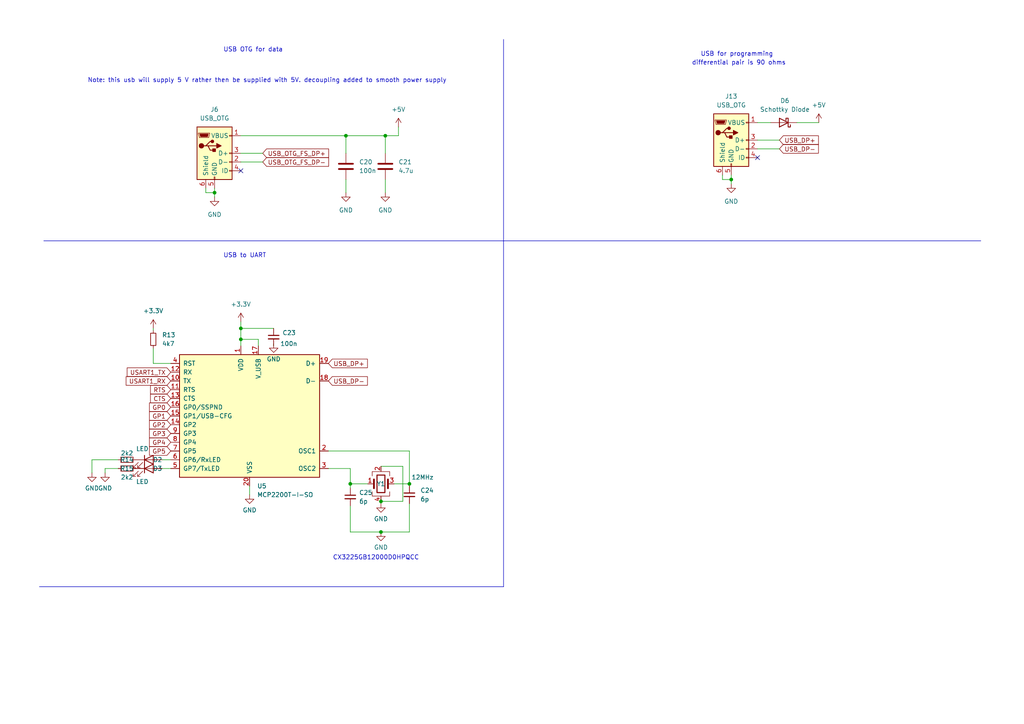
<source format=kicad_sch>
(kicad_sch (version 20230121) (generator eeschema)
  (paper "A4")
  (lib_symbols
    (symbol "Connector:USB_OTG" (pin_names (offset 1.016))
      (property "Reference" "J" (at -5.08 11.43 0))
      (property "Value" "USB_OTG" (at -5.08 8.89 0))
      (symbol "USB_OTG_0_1"
        (rectangle (start -5.08 -7.62) (end 5.08 7.62) (stroke (width 0.254)) (fill (type background)))
        (circle (center -3.81 2.159) (radius 0.635) (stroke (width 0.254)) (fill (type outline)))
        (circle (center -0.635 3.429) (radius 0.381) (stroke (width 0.254)) (fill (type outline)))
        (rectangle (start -0.127 -7.62) (end 0.127 -6.858))
        (polyline (pts (xy -1.905 2.159) (xy 0.635 2.159)) (stroke (width 0.254)))
        (polyline (pts (xy -3.175 2.159) (xy -2.54 2.159) (xy -1.27 3.429) (xy -0.635 3.429)) (stroke (width 0.254)))
        (polyline (pts (xy -2.54 2.159) (xy -1.905 2.159) (xy -1.27 0.889) (xy 0 0.889)) (stroke (width 0.254)))
        (polyline (pts (xy 0.635 2.794) (xy 0.635 1.524) (xy 1.905 2.159) (xy 0.635 2.794)) (stroke (width 0.254)) (fill (type outline)))
        (polyline (pts (xy -4.318 5.588) (xy -1.778 5.588) (xy -2.032 4.826) (xy -4.064 4.826) (xy -4.318 5.588)) (fill (type outline)))
        (polyline (pts (xy -4.699 5.842) (xy -4.699 5.588) (xy -4.445 4.826) (xy -4.445 4.572) (xy -1.651 4.572) (xy -1.651 4.826) (xy -1.397 5.588) (xy -1.397 5.842) (xy -4.699 5.842)))
        (rectangle (start 0.254 1.27) (end -0.508 0.508) (stroke (width 0.254)) (fill (type outline)))
        (rectangle (start 5.08 -5.207) (end 4.318 -4.953))
        (rectangle (start 5.08 -2.667) (end 4.318 -2.413))
        (rectangle (start 5.08 -0.127) (end 4.318 0.127))
        (rectangle (start 5.08 4.953) (end 4.318 5.207))
      )
      (symbol "USB_OTG_1_1"
        (pin passive line (at 7.62 5.08 180) (length 2.54) (name "VBUS") (number "1"))
        (pin bidirectional line (at 7.62 -2.54 180) (length 2.54) (name "D-") (number "2"))
        (pin bidirectional line (at 7.62 0 180) (length 2.54) (name "D+") (number "3"))
        (pin passive line (at 7.62 -5.08 180) (length 2.54) (name "ID") (number "4"))
        (pin passive line (at 0 -10.16 90) (length 2.54) (name "GND") (number "5"))
        (pin passive line (at -2.54 -10.16 90) (length 2.54) (name "Shield") (number "6"))
      )
    )
    (symbol "Device:C" (pin_numbers hide) (pin_names (offset 0.254))
      (property "Reference" "C" (at 0.635 2.54 0))
      (property "Value" "C" (at 0.635 -2.54 0))
      (symbol "C_0_1"
        (polyline (pts (xy -2.032 -0.762) (xy 2.032 -0.762)) (stroke (width 0.508)))
        (polyline (pts (xy -2.032 0.762) (xy 2.032 0.762)) (stroke (width 0.508)))
      )
      (symbol "C_1_1"
        (pin passive line (at 0 3.81 270) (length 2.794) (name "~") (number "1"))
        (pin passive line (at 0 -3.81 90) (length 2.794) (name "~") (number "2"))
      )
    )
    (symbol "Device:C_Small" (pin_numbers hide) (pin_names (offset 0.254) hide)
      (property "Reference" "C" (at 0.254 1.778 0))
      (property "Value" "C_Small" (at 0.254 -2.032 0))
      (symbol "C_Small_0_1"
        (polyline (pts (xy -1.524 -0.508) (xy 1.524 -0.508)) (stroke (width 0.3302)))
        (polyline (pts (xy -1.524 0.508) (xy 1.524 0.508)) (stroke (width 0.3048)))
      )
      (symbol "C_Small_1_1"
        (pin passive line (at 0 2.54 270) (length 2.032) (name "~") (number "1"))
        (pin passive line (at 0 -2.54 90) (length 2.032) (name "~") (number "2"))
      )
    )
    (symbol "Device:Crystal_GND24" (pin_names (offset 1.016) hide)
      (property "Reference" "Y" (at 3.175 5.08 0))
      (property "Value" "Crystal_GND24" (at 3.175 3.175 0))
      (symbol "Crystal_GND24_0_1"
        (rectangle (start -1.143 2.54) (end 1.143 -2.54) (stroke (width 0.3048)))
        (polyline (pts (xy -2.54 0) (xy -2.032 0)))
        (polyline (pts (xy -2.032 -1.27) (xy -2.032 1.27)) (stroke (width 0.508)))
        (polyline (pts (xy 0 -3.81) (xy 0 -3.556)))
        (polyline (pts (xy 0 3.556) (xy 0 3.81)))
        (polyline (pts (xy 2.032 -1.27) (xy 2.032 1.27)) (stroke (width 0.508)))
        (polyline (pts (xy 2.032 0) (xy 2.54 0)))
        (polyline (pts (xy -2.54 -2.286) (xy -2.54 -3.556) (xy 2.54 -3.556) (xy 2.54 -2.286)))
        (polyline (pts (xy -2.54 2.286) (xy -2.54 3.556) (xy 2.54 3.556) (xy 2.54 2.286)))
      )
      (symbol "Crystal_GND24_1_1"
        (pin passive line (at -3.81 0 0) (length 1.27) (name "1") (number "1"))
        (pin passive line (at 0 5.08 270) (length 1.27) (name "2") (number "2"))
        (pin passive line (at 3.81 0 180) (length 1.27) (name "3") (number "3"))
        (pin passive line (at 0 -5.08 90) (length 1.27) (name "4") (number "4"))
      )
    )
    (symbol "Device:D_Schottky" (pin_numbers hide) (pin_names (offset 1.016) hide)
      (property "Reference" "D" (at 0 2.54 0))
      (property "Value" "D_Schottky" (at 0 -2.54 0))
      (symbol "D_Schottky_0_1"
        (polyline (pts (xy 1.27 0) (xy -1.27 0)))
        (polyline (pts (xy 1.27 1.27) (xy 1.27 -1.27) (xy -1.27 0) (xy 1.27 1.27)) (stroke (width 0.254)))
        (polyline (pts (xy -1.905 0.635) (xy -1.905 1.27) (xy -1.27 1.27) (xy -1.27 -1.27) (xy -0.635 -1.27) (xy -0.635 -0.635)) (stroke (width 0.254)))
      )
      (symbol "D_Schottky_1_1"
        (pin passive line (at -3.81 0 0) (length 2.54) (name "K") (number "1"))
        (pin passive line (at 3.81 0 180) (length 2.54) (name "A") (number "2"))
      )
    )
    (symbol "Device:LED" (pin_numbers hide) (pin_names (offset 1.016) hide)
      (property "Reference" "D" (at 0 2.54 0))
      (property "Value" "LED" (at 0 -2.54 0))
      (symbol "LED_0_1"
        (polyline (pts (xy -1.27 -1.27) (xy -1.27 1.27)) (stroke (width 0.254)))
        (polyline (pts (xy -1.27 0) (xy 1.27 0)))
        (polyline (pts (xy 1.27 -1.27) (xy 1.27 1.27) (xy -1.27 0) (xy 1.27 -1.27)) (stroke (width 0.254)))
        (polyline (pts (xy -3.048 -0.762) (xy -4.572 -2.286) (xy -3.81 -2.286) (xy -4.572 -2.286) (xy -4.572 -1.524)))
        (polyline (pts (xy -1.778 -0.762) (xy -3.302 -2.286) (xy -2.54 -2.286) (xy -3.302 -2.286) (xy -3.302 -1.524)))
      )
      (symbol "LED_1_1"
        (pin passive line (at -3.81 0 0) (length 2.54) (name "K") (number "1"))
        (pin passive line (at 3.81 0 180) (length 2.54) (name "A") (number "2"))
      )
    )
    (symbol "Device:R_Small" (pin_numbers hide) (pin_names (offset 0.254) hide)
      (property "Reference" "R" (at 0.762 0.508 0))
      (property "Value" "R_Small" (at 0.762 -1.016 0))
      (symbol "R_Small_0_1"
        (rectangle (start -0.762 1.778) (end 0.762 -1.778) (stroke (width 0.2032)))
      )
      (symbol "R_Small_1_1"
        (pin passive line (at 0 2.54 270) (length 0.762) (name "~") (number "1"))
        (pin passive line (at 0 -2.54 90) (length 0.762) (name "~") (number "2"))
      )
    )
    (symbol "Interface_USB:MCP2200T-I-SO" (pin_names (offset 1.016))
      (property "Reference" "U" (at -20.32 -19.05 0))
      (property "Value" "MCP2200T-I-SO" (at -20.32 19.05 0))
      (symbol "MCP2200T-I-SO_0_1"
        (rectangle (start -20.32 17.78) (end 20.32 -17.78) (stroke (width 0.254)) (fill (type background)))
      )
      (symbol "MCP2200T-I-SO_1_1"
        (pin power_in line (at -2.54 20.32 270) (length 2.54) (name "VDD") (number "1"))
        (pin output line (at -22.86 10.16 0) (length 2.54) (name "TX") (number "10"))
        (pin output line (at -22.86 7.62 0) (length 2.54) (name "RTS") (number "11"))
        (pin input line (at -22.86 12.7 0) (length 2.54) (name "RX") (number "12"))
        (pin input line (at -22.86 5.08 0) (length 2.54) (name "CTS") (number "13"))
        (pin bidirectional line (at -22.86 -2.54 0) (length 2.54) (name "GP2") (number "14"))
        (pin bidirectional line (at -22.86 0 0) (length 2.54) (name "GP1/USB-CFG") (number "15"))
        (pin bidirectional line (at -22.86 2.54 0) (length 2.54) (name "GP0/SSPND") (number "16"))
        (pin power_in line (at 2.54 20.32 270) (length 2.54) (name "V_USB") (number "17"))
        (pin bidirectional line (at 22.86 10.16 180) (length 2.54) (name "D-") (number "18"))
        (pin bidirectional line (at 22.86 15.24 180) (length 2.54) (name "D+") (number "19"))
        (pin input line (at 22.86 -10.16 180) (length 2.54) (name "OSC1") (number "2"))
        (pin power_in line (at 0 -20.32 90) (length 2.54) (name "VSS") (number "20"))
        (pin output line (at 22.86 -15.24 180) (length 2.54) (name "OSC2") (number "3"))
        (pin input line (at -22.86 15.24 0) (length 2.54) (name "RST") (number "4"))
        (pin bidirectional line (at -22.86 -15.24 0) (length 2.54) (name "GP7/TxLED") (number "5"))
        (pin bidirectional line (at -22.86 -12.7 0) (length 2.54) (name "GP6/RxLED") (number "6"))
        (pin bidirectional line (at -22.86 -10.16 0) (length 2.54) (name "GP5") (number "7"))
        (pin bidirectional line (at -22.86 -7.62 0) (length 2.54) (name "GP4") (number "8"))
        (pin bidirectional line (at -22.86 -5.08 0) (length 2.54) (name "GP3") (number "9"))
      )
    )
    (symbol "power:+3.3V" (power) (pin_names (offset 0))
      (property "Value" "+3.3V" (at 0 3.556 0))
      (symbol "+3.3V_0_1"
        (polyline (pts (xy -0.762 1.27) (xy 0 2.54)))
        (polyline (pts (xy 0 0) (xy 0 2.54)))
        (polyline (pts (xy 0 2.54) (xy 0.762 1.27)))
      )
      (symbol "+3.3V_1_1"
        (pin power_in line (at 0 0 90) (length 0) hide (name "+3.3V") (number "1"))
      )
    )
    (symbol "power:+5V" (power) (pin_names (offset 0))
      (property "Value" "+5V" (at 0 3.556 0))
      (symbol "+5V_0_1"
        (polyline (pts (xy -0.762 1.27) (xy 0 2.54)))
        (polyline (pts (xy 0 0) (xy 0 2.54)))
        (polyline (pts (xy 0 2.54) (xy 0.762 1.27)))
      )
      (symbol "+5V_1_1"
        (pin power_in line (at 0 0 90) (length 0) hide (name "+5V") (number "1"))
      )
    )
    (symbol "power:GND" (power) (pin_names (offset 0))
      (property "Value" "GND" (at 0 -3.81 0))
      (symbol "GND_0_1"
        (polyline (pts (xy 0 0) (xy 0 -1.27) (xy 1.27 -1.27) (xy 0 -2.54) (xy -1.27 -1.27) (xy 0 -1.27)))
      )
      (symbol "GND_1_1"
        (pin power_in line (at 0 0 270) (length 0) hide (name "GND") (number "1"))
      )
    )
  )
  (junction (at 100.33 39.37))
  (junction (at 69.85 98.425))
  (junction (at 110.49 154.305))
  (junction (at 69.85 95.25))
  (junction (at 62.23 55.88))
  (junction (at 110.49 145.415))
  (junction (at 101.6 140.335))
  (junction (at 111.76 39.37))
  (junction (at 212.09 52.07))
  (junction (at 118.745 140.335))
  (no_connect (at 69.85 49.53))
  (no_connect (at 219.71 45.72))
  (wire (pts (xy 101.6 154.305) (xy 110.49 154.305)))
  (wire (pts (xy 79.375 100.33) (xy 79.375 99.695)))
  (polyline (pts (xy 146.05 69.85) (xy 146.05 170.18)))
  (wire (pts (xy 219.71 40.64) (xy 226.06 40.64)))
  (wire (pts (xy 237.49 35.56) (xy 231.14 35.56)))
  (polyline (pts (xy 146.05 11.43) (xy 146.05 69.85)))
  (wire (pts (xy 44.45 95.25) (xy 44.45 95.885)))
  (wire (pts (xy 100.33 52.07) (xy 100.33 55.88)))
  (wire (pts (xy 212.09 52.07) (xy 212.09 50.8)))
  (wire (pts (xy 44.45 105.41) (xy 49.53 105.41)))
  (wire (pts (xy 111.76 39.37) (xy 115.57 39.37)))
  (wire (pts (xy 110.49 154.305) (xy 118.745 154.305)))
  (wire (pts (xy 116.84 145.415) (xy 110.49 145.415)))
  (wire (pts (xy 34.29 133.35) (xy 26.67 133.35)))
  (polyline (pts (xy 12.7 69.85) (xy 146.05 69.85)))
  (wire (pts (xy 59.69 55.88) (xy 62.23 55.88)))
  (wire (pts (xy 69.85 39.37) (xy 100.33 39.37)))
  (wire (pts (xy 101.6 141.605) (xy 101.6 140.335)))
  (wire (pts (xy 62.23 55.88) (xy 62.23 54.61)))
  (wire (pts (xy 219.71 35.56) (xy 223.52 35.56)))
  (wire (pts (xy 59.69 54.61) (xy 59.69 55.88)))
  (wire (pts (xy 111.76 39.37) (xy 111.76 44.45)))
  (wire (pts (xy 100.33 39.37) (xy 111.76 39.37)))
  (wire (pts (xy 44.45 100.965) (xy 44.45 105.41)))
  (wire (pts (xy 30.48 137.16) (xy 30.48 135.89)))
  (wire (pts (xy 111.76 52.07) (xy 111.76 55.88)))
  (wire (pts (xy 118.745 140.335) (xy 114.3 140.335)))
  (wire (pts (xy 209.55 50.8) (xy 209.55 52.07)))
  (wire (pts (xy 118.745 154.305) (xy 118.745 146.05)))
  (wire (pts (xy 101.6 135.89) (xy 95.25 135.89)))
  (wire (pts (xy 110.49 135.255) (xy 116.84 135.255)))
  (wire (pts (xy 46.99 133.35) (xy 49.53 133.35)))
  (wire (pts (xy 209.55 52.07) (xy 212.09 52.07)))
  (wire (pts (xy 110.49 146.05) (xy 110.49 145.415)))
  (wire (pts (xy 69.85 95.25) (xy 69.85 98.425)))
  (wire (pts (xy 62.23 57.15) (xy 62.23 55.88)))
  (wire (pts (xy 69.85 93.345) (xy 69.85 95.25)))
  (polyline (pts (xy 11.43 170.18) (xy 146.05 170.18)))
  (wire (pts (xy 115.57 39.37) (xy 115.57 36.83)))
  (wire (pts (xy 26.67 133.35) (xy 26.67 137.16)))
  (wire (pts (xy 30.48 135.89) (xy 34.29 135.89)))
  (wire (pts (xy 101.6 140.335) (xy 106.68 140.335)))
  (wire (pts (xy 219.71 43.18) (xy 226.06 43.18)))
  (wire (pts (xy 72.39 140.97) (xy 72.39 143.51)))
  (wire (pts (xy 69.85 98.425) (xy 74.93 98.425)))
  (wire (pts (xy 69.85 46.99) (xy 76.2 46.99)))
  (wire (pts (xy 118.745 140.335) (xy 118.745 130.81)))
  (wire (pts (xy 100.33 44.45) (xy 100.33 39.37)))
  (wire (pts (xy 101.6 140.335) (xy 101.6 135.89)))
  (polyline (pts (xy 146.05 69.85) (xy 284.48 69.85)))
  (wire (pts (xy 69.85 44.45) (xy 76.2 44.45)))
  (wire (pts (xy 46.99 135.89) (xy 49.53 135.89)))
  (wire (pts (xy 118.745 130.81) (xy 95.25 130.81)))
  (wire (pts (xy 116.84 135.255) (xy 116.84 145.415)))
  (wire (pts (xy 101.6 146.685) (xy 101.6 154.305)))
  (wire (pts (xy 212.09 53.34) (xy 212.09 52.07)))
  (wire (pts (xy 69.85 98.425) (xy 69.85 100.33)))
  (wire (pts (xy 118.745 140.97) (xy 118.745 140.335)))
  (wire (pts (xy 74.93 98.425) (xy 74.93 100.33)))
  (wire (pts (xy 69.85 95.25) (xy 79.375 95.25)))
  (text "differential pair is 90 ohms \n" (at 200.66 19.05 0) (effects (font (size 1.27 1.27)) (justify left bottom)))
  (text "USB OTG for data\n" (at 64.77 15.24 0) (effects (font (size 1.27 1.27)) (justify left bottom)))
  (text "USB to UART" (at 64.77 74.93 0) (effects (font (size 1.27 1.27)) (justify left bottom)))
  (text "Note: this usb will supply 5 V rather then be supplied with 5V. decoupling added to smooth power supply \n" (at 25.4 24.13 0) (effects (font (size 1.27 1.27)) (justify left bottom)))
  (text "CX3225GB12000D0HPQCC" (at 96.52 162.56 0) (effects (font (size 1.27 1.27)) (justify left bottom)))
  (text "USB for programming" (at 203.2 16.51 0) (effects (font (size 1.27 1.27)) (justify left bottom)))
  (global_label "USB_DP+" (shape input) (at 226.06 40.64 0) (property "Intersheetrefs" "${INTERSHEET_REFS}" (effects hide)))
  (global_label "GP5" (shape input) (at 49.53 130.81 180) (property "Intersheetrefs" "${INTERSHEET_REFS}" (effects hide)))
  (global_label "USB_OTG_FS_DP-" (shape input) (at 76.2 46.99 0) (property "Intersheetrefs" "${INTERSHEET_REFS}" (effects hide)))
  (global_label "USB_DP+" (shape input) (at 95.25 105.41 0) (property "Intersheetrefs" "${INTERSHEET_REFS}" (effects hide)))
  (global_label "GP1" (shape input) (at 49.53 120.65 180) (property "Intersheetrefs" "${INTERSHEET_REFS}" (effects hide)))
  (global_label "USB_OTG_FS_DP+" (shape input) (at 76.2 44.45 0) (property "Intersheetrefs" "${INTERSHEET_REFS}" (effects hide)))
  (global_label "RTS" (shape input) (at 49.53 113.03 180) (property "Intersheetrefs" "${INTERSHEET_REFS}" (effects hide)))
  (global_label "USB_DP-" (shape input) (at 226.06 43.18 0) (property "Intersheetrefs" "${INTERSHEET_REFS}" (effects hide)))
  (global_label "GP0" (shape input) (at 49.53 118.11 180) (property "Intersheetrefs" "${INTERSHEET_REFS}" (effects hide)))
  (global_label "USART1_RX" (shape input) (at 49.53 110.49 180) (property "Intersheetrefs" "${INTERSHEET_REFS}" (effects hide)))
  (global_label "CTS" (shape input) (at 49.53 115.57 180) (property "Intersheetrefs" "${INTERSHEET_REFS}" (effects hide)))
  (global_label "USB_DP-" (shape input) (at 95.25 110.49 0) (property "Intersheetrefs" "${INTERSHEET_REFS}" (effects hide)))
  (global_label "GP2" (shape input) (at 49.53 123.19 180) (property "Intersheetrefs" "${INTERSHEET_REFS}" (effects hide)))
  (global_label "USART1_TX" (shape input) (at 49.53 107.95 180) (property "Intersheetrefs" "${INTERSHEET_REFS}" (effects hide)))
  (global_label "GP3" (shape input) (at 49.53 125.73 180) (property "Intersheetrefs" "${INTERSHEET_REFS}" (effects hide)))
  (global_label "GP4" (shape input) (at 49.53 128.27 180) (property "Intersheetrefs" "${INTERSHEET_REFS}" (effects hide)))
  (symbol (lib_id "Device:C") (at 111.76 48.26 0) (unit 1)
    (property "Reference" "C21" (at 115.57 46.99 0) (effects (justify left)))
    (property "Value" "4.7u" (at 115.57 49.53 0) (effects (justify left)))
    (property "Footprint" "Capacitor_SMD:C_0603_1608Metric_Pad1.08x0.95mm_HandSolder" (effects hide))
    (property "JLCpart#" "C19666" (effects hide))
  )
  (symbol (lib_id "power:GND") (at 72.39 143.51 0) (unit 1)
    (property "Reference" "#PWR061" (effects hide))
    (property "Value" "GND" (at 72.39 147.955 0))
    (instances (project "stm32f429z" (path "" (reference "#PWR061") (unit 1))) (project "STM32F030" (path "" (reference "#PWR021") (unit 1))))
  )
  (symbol (lib_id "Connector:USB_OTG") (at 212.09 40.64 0) (unit 1)
    (property "Reference" "J13" (at 212.09 27.94 0))
    (property "Value" "USB_OTG" (at 212.09 30.48 0))
    (property "Footprint" "Connector_USB:USB_Mini-B_Wuerth_65100516121_Horizontal" (effects hide))
    (property "Datasheet" " ~" (effects hide))
  )
  (symbol (lib_id "Device:R_Small") (at 44.45 98.425 180) (unit 1)
    (property "Reference" "R13" (at 46.99 97.155 0) (effects (justify right)))
    (property "Value" "4k7" (at 46.99 99.695 0) (effects (justify right)))
    (property "Footprint" "Resistor_SMD:R_0603_1608Metric_Pad0.98x0.95mm_HandSolder" (effects hide))
    (property "JLCpart#" "C473239" (effects hide))
    (instances (project "stm32f429z" (path "" (reference "R13") (unit 1))) (project "STM32F030" (path "" (reference "R8") (unit 1))))
  )
  (symbol (lib_id "power:GND") (at 30.48 137.16 0) (unit 1)
    (property "Reference" "#PWR060" (effects hide))
    (property "Value" "GND" (at 30.48 141.605 0))
    (instances (project "stm32f429z" (path "" (reference "#PWR060") (unit 1))) (project "STM32F030" (path "" (reference "#PWR022") (unit 1))))
  )
  (symbol (lib_id "Device:C_Small") (at 101.6 144.145 0) (unit 1)
    (property "Reference" "C25" (at 104.14 142.8813 0) (effects (justify left)))
    (property "Value" "6p" (at 104.14 145.4213 0) (effects (justify left)))
    (property "Footprint" "Capacitor_SMD:C_0603_1608Metric_Pad1.08x0.95mm_HandSolder" (effects hide))
    (property "JLCpart#" "C282508" (effects hide))
    (instances (project "stm32f429z" (path "" (reference "C25") (unit 1))) (project "STM32F030" (path "" (reference "C13") (unit 1))))
  )
  (symbol (lib_id "power:+3.3V") (at 44.45 95.25 0) (unit 1)
    (property "Reference" "#PWR057" (effects hide))
    (property "Value" "+3.3V" (at 44.45 90.17 0))
    (instances (project "stm32f429z" (path "" (reference "#PWR057") (unit 1))) (project "STM32F030" (path "" (reference "#PWR026") (unit 1))))
  )
  (symbol (lib_id "Device:Crystal_GND24") (at 110.49 140.335 0) (unit 1)
    (property "Reference" "Y1" (at 110.49 140.335 0))
    (property "Value" "12MHz" (at 122.555 138.43 0))
    (property "Footprint" "Crystal:Crystal_SMD_3225-4Pin_3.2x2.5mm_HandSoldering" (effects hide))
    (instances (project "stm32f429z" (path "" (reference "Y1") (unit 1))) (project "STM32F030" (path "" (reference "Y2") (unit 1))))
  )
  (symbol (lib_id "Interface_USB:MCP2200T-I-SO") (at 72.39 120.65 0) (unit 1)
    (property "Reference" "U5" (at 74.5841 140.97 0) (effects (justify left)))
    (property "Value" "MCP2200T-I-SO" (at 74.5841 143.51 0) (effects (justify left)))
    (property "Footprint" "Package_SO:SOIC-20W_7.5x12.8mm_P1.27mm" (effects hide))
    (property "Datasheet" "http://ww1.microchip.com/downloads/en/DeviceDoc/200022228D.pdf" (effects hide))
    (instances (project "stm32f429z" (path "" (reference "U5") (unit 1))) (project "STM32F030" (path "" (reference "U2") (unit 1))))
  )
  (symbol (lib_id "power:GND") (at 79.375 99.695 0) (unit 1)
    (property "Reference" "#PWR058" (effects hide))
    (property "Value" "GND" (at 79.375 104.14 0))
    (instances (project "stm32f429z" (path "" (reference "#PWR058") (unit 1))) (project "STM32F030" (path "" (reference "#PWR025") (unit 1))))
  )
  (symbol (lib_id "power:GND") (at 100.33 55.88 0) (unit 1)
    (property "Reference" "#PWR038" (effects hide))
    (property "Value" "GND" (at 100.33 60.96 0))
  )
  (symbol (lib_id "Device:LED") (at 43.18 133.35 0) (unit 1)
    (property "Reference" "D2" (at 45.72 133.35 0))
    (property "Value" "LED" (at 41.275 130.175 0))
    (property "Footprint" "LED_SMD:LED_0603_1608Metric_Pad1.05x0.95mm_HandSolder" (effects hide))
    (property "JLCpart#" "C72038" (effects hide))
    (instances (project "stm32f429z" (path "" (reference "D2") (unit 1))) (project "STM32F030" (path "" (reference "D1") (unit 1))))
  )
  (symbol (lib_id "power:GND") (at 110.49 146.05 0) (unit 1)
    (property "Reference" "#PWR062" (effects hide))
    (property "Value" "GND" (at 110.49 150.495 0))
    (instances (project "stm32f429z" (path "" (reference "#PWR062") (unit 1))) (project "STM32F030" (path "" (reference "#PWR024") (unit 1))))
  )
  (symbol (lib_id "Device:R_Small") (at 36.83 135.89 90) (unit 1)
    (property "Reference" "R15" (at 36.83 135.89 90))
    (property "Value" "2k2" (at 36.83 138.43 90))
    (property "Footprint" "Resistor_SMD:R_0603_1608Metric_Pad0.98x0.95mm_HandSolder" (effects hide))
    (property "JLCpart#" "C427273" (effects hide))
    (instances (project "stm32f429z" (path "" (reference "R15") (unit 1))) (project "STM32F030" (path "" (reference "R7") (unit 1))))
  )
  (symbol (lib_id "Device:LED") (at 43.18 135.89 0) (unit 1)
    (property "Reference" "D3" (at 45.72 135.89 0))
    (property "Value" "LED" (at 41.275 139.7 0))
    (property "Footprint" "LED_SMD:LED_0603_1608Metric_Pad1.05x0.95mm_HandSolder" (effects hide))
    (property "JLCpart#" "C72038" (effects hide))
    (instances (project "stm32f429z" (path "" (reference "D3") (unit 1))) (project "STM32F030" (path "" (reference "D2") (unit 1))))
  )
  (symbol (lib_id "power:GND") (at 62.23 57.15 0) (unit 1)
    (property "Reference" "#PWR030" (effects hide))
    (property "Value" "GND" (at 62.23 62.23 0))
  )
  (symbol (lib_id "Device:C") (at 100.33 48.26 0) (unit 1)
    (property "Reference" "C20" (at 104.14 46.99 0) (effects (justify left)))
    (property "Value" "100n" (at 104.14 49.53 0) (effects (justify left)))
    (property "Footprint" "Capacitor_SMD:C_0603_1608Metric_Pad1.08x0.95mm_HandSolder" (effects hide))
    (property "JLCpart#" "C76599" (effects hide))
  )
  (symbol (lib_id "power:+5V") (at 115.57 36.83 0) (unit 1)
    (property "Reference" "#PWR029" (effects hide))
    (property "Value" "+5V" (at 115.57 31.75 0))
  )
  (symbol (lib_id "Device:D_Schottky") (at 227.33 35.56 180) (unit 1)
    (property "Reference" "D6" (at 227.6475 29.21 0))
    (property "Value" "Schottky Diode" (at 227.6475 31.75 0))
    (property "Footprint" "Diode_SMD:D_SMA-SMB_Universal_Handsoldering" (effects hide))
    (property "JLCpart#" "C2480" (effects hide))
  )
  (symbol (lib_id "Device:C_Small") (at 79.375 97.79 0) (unit 1)
    (property "Reference" "C23" (at 81.915 96.5263 0) (effects (justify left)))
    (property "Value" "100n" (at 81.28 99.695 0) (effects (justify left)))
    (property "Footprint" "Capacitor_SMD:C_0603_1608Metric_Pad1.08x0.95mm_HandSolder" (effects hide))
    (property "JLCpart#" "C76599" (effects hide))
    (instances (project "stm32f429z" (path "" (reference "C23") (unit 1))) (project "STM32F030" (path "" (reference "C12") (unit 1))))
  )
  (symbol (lib_id "power:GND") (at 26.67 137.16 0) (unit 1)
    (property "Reference" "#PWR059" (effects hide))
    (property "Value" "GND" (at 26.67 141.605 0))
    (instances (project "stm32f429z" (path "" (reference "#PWR059") (unit 1))) (project "STM32F030" (path "" (reference "#PWR022") (unit 1))))
  )
  (symbol (lib_id "Device:C_Small") (at 118.745 143.51 0) (unit 1)
    (property "Reference" "C24" (at 121.92 142.2463 0) (effects (justify left)))
    (property "Value" "6p" (at 121.92 144.7863 0) (effects (justify left)))
    (property "Footprint" "Capacitor_SMD:C_0603_1608Metric_Pad1.08x0.95mm_HandSolder" (effects hide))
    (property "JLCpart#" "C282508" (effects hide))
    (instances (project "stm32f429z" (path "" (reference "C24") (unit 1))) (project "STM32F030" (path "" (reference "C14") (unit 1))))
  )
  (symbol (lib_id "power:+5V") (at 237.49 35.56 0) (unit 1)
    (property "Reference" "#PWR020" (effects hide))
    (property "Value" "+5V" (at 237.49 30.48 0))
    (instances (project "stm32f429z" (path "" (reference "#PWR020") (unit 1)) (path "" (reference "#PWR037") (unit 1))))
  )
  (symbol (lib_id "Connector:USB_OTG") (at 62.23 44.45 0) (unit 1)
    (property "Reference" "J6" (at 62.23 31.75 0))
    (property "Value" "USB_OTG" (at 62.23 34.29 0))
    (property "Footprint" "Connector_USB:USB_A_Molex_67643_Horizontal" (effects hide))
    (property "Datasheet" " ~" (effects hide))
  )
  (symbol (lib_id "power:GND") (at 110.49 154.305 0) (unit 1)
    (property "Reference" "#PWR063" (effects hide))
    (property "Value" "GND" (at 110.49 158.75 0))
    (instances (project "stm32f429z" (path "" (reference "#PWR063") (unit 1))) (project "STM32F030" (path "" (reference "#PWR027") (unit 1))))
  )
  (symbol (lib_id "Device:R_Small") (at 36.83 133.35 90) (unit 1)
    (property "Reference" "R14" (at 36.83 133.35 90))
    (property "Value" "2k2" (at 36.83 131.445 90))
    (property "Footprint" "Resistor_SMD:R_0603_1608Metric_Pad0.98x0.95mm_HandSolder" (effects hide))
    (property "JLCpart#" "C427273" (effects hide))
    (instances (project "stm32f429z" (path "" (reference "R14") (unit 1))) (project "STM32F030" (path "" (reference "R3") (unit 1))))
  )
  (symbol (lib_id "power:GND") (at 111.76 55.88 0) (unit 1)
    (property "Reference" "#PWR064" (effects hide))
    (property "Value" "GND" (at 111.76 60.96 0))
  )
  (symbol (lib_id "power:+3.3V") (at 69.85 93.345 0) (unit 1)
    (property "Reference" "#PWR056" (effects hide))
    (property "Value" "+3.3V" (at 69.85 88.265 0))
    (instances (project "stm32f429z" (path "" (reference "#PWR056") (unit 1))) (project "STM32F030" (path "" (reference "#PWR020") (unit 1))))
  )
  (symbol (lib_id "power:GND") (at 212.09 53.34 0) (unit 1)
    (property "Reference" "#PWR036" (effects hide))
    (property "Value" "GND" (at 212.09 58.42 0))
  )
)
</source>
